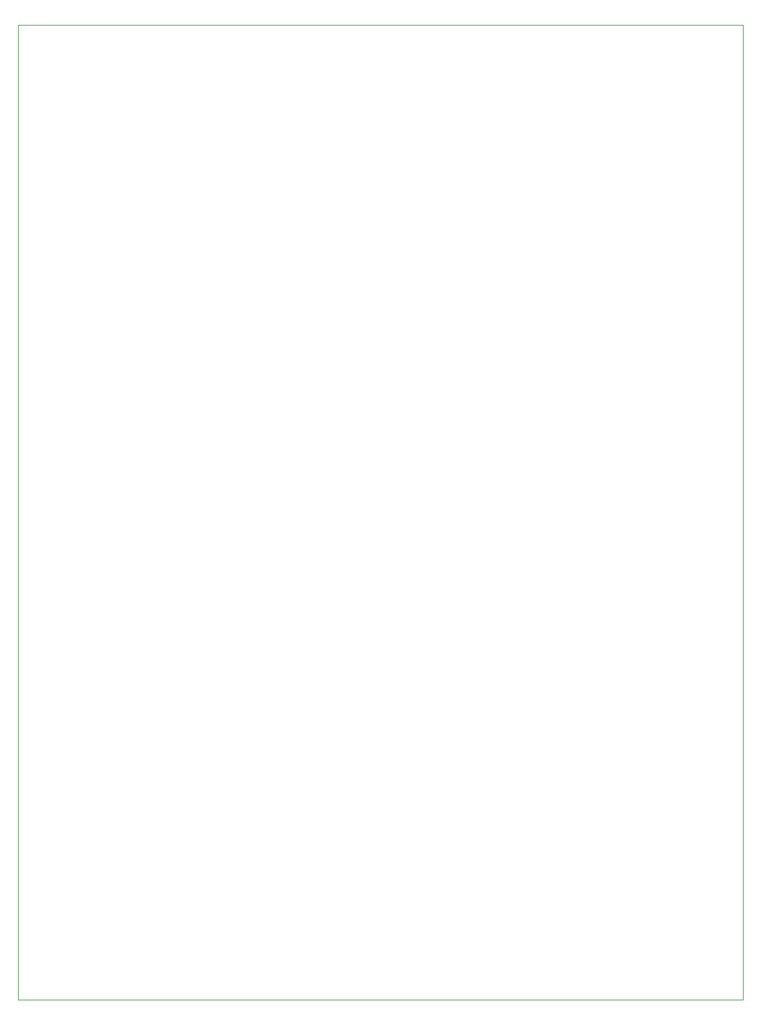
<source format=gbr>
%TF.GenerationSoftware,KiCad,Pcbnew,5.1.12-84ad8e8a86~92~ubuntu21.04.1*%
%TF.CreationDate,2021-11-06T20:53:59+01:00*%
%TF.ProjectId,adsr-3310-8,61647372-2d33-4333-9130-2d382e6b6963,v1.0.0*%
%TF.SameCoordinates,Original*%
%TF.FileFunction,Profile,NP*%
%FSLAX46Y46*%
G04 Gerber Fmt 4.6, Leading zero omitted, Abs format (unit mm)*
G04 Created by KiCad (PCBNEW 5.1.12-84ad8e8a86~92~ubuntu21.04.1) date 2021-11-06 20:53:59*
%MOMM*%
%LPD*%
G01*
G04 APERTURE LIST*
%TA.AperFunction,Profile*%
%ADD10C,0.050000*%
%TD*%
G04 APERTURE END LIST*
D10*
X62000000Y-195000000D02*
X160500000Y-195000000D01*
X62000000Y-62500000D02*
X62000000Y-195000000D01*
X160500000Y-62500000D02*
X62000000Y-62500000D01*
X160500000Y-195000000D02*
X160500000Y-62500000D01*
M02*

</source>
